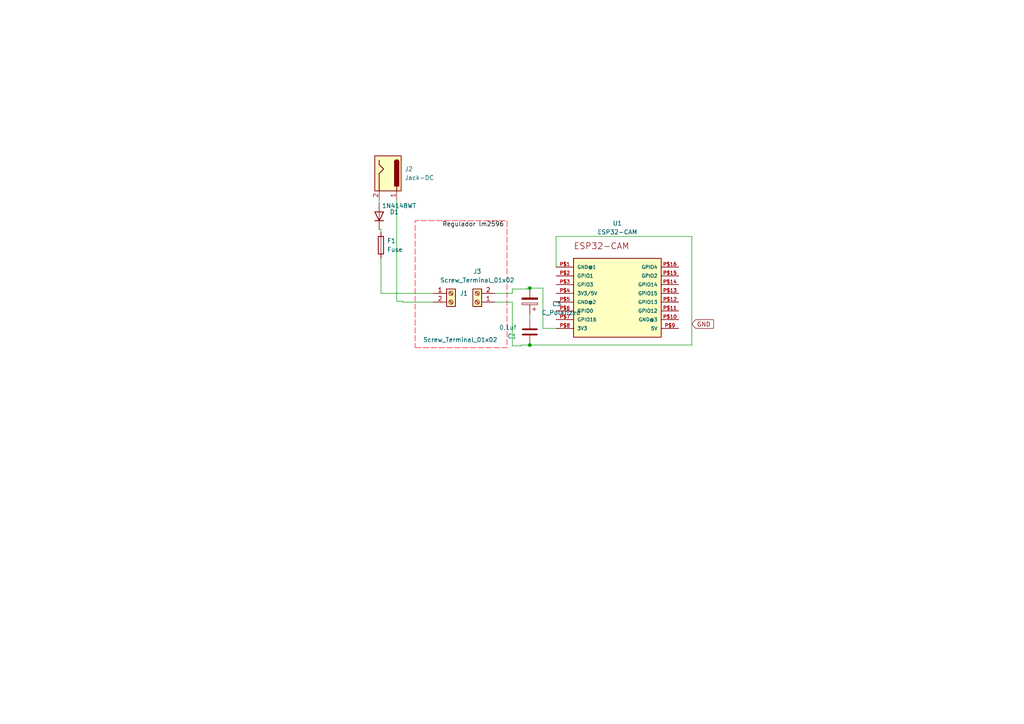
<source format=kicad_sch>
(kicad_sch
	(version 20250114)
	(generator "eeschema")
	(generator_version "9.0")
	(uuid "706bae6e-1d0f-4465-a262-88c97990d8da")
	(paper "A4")
	(lib_symbols
		(symbol "Connector:Jack-DC"
			(pin_names
				(offset 1.016)
			)
			(exclude_from_sim no)
			(in_bom yes)
			(on_board yes)
			(property "Reference" "J"
				(at 0 5.334 0)
				(effects
					(font
						(size 1.27 1.27)
					)
				)
			)
			(property "Value" "Jack-DC"
				(at 0 -5.08 0)
				(effects
					(font
						(size 1.27 1.27)
					)
				)
			)
			(property "Footprint" ""
				(at 1.27 -1.016 0)
				(effects
					(font
						(size 1.27 1.27)
					)
					(hide yes)
				)
			)
			(property "Datasheet" "~"
				(at 1.27 -1.016 0)
				(effects
					(font
						(size 1.27 1.27)
					)
					(hide yes)
				)
			)
			(property "Description" "DC Barrel Jack"
				(at 0 0 0)
				(effects
					(font
						(size 1.27 1.27)
					)
					(hide yes)
				)
			)
			(property "ki_keywords" "DC power barrel jack connector"
				(at 0 0 0)
				(effects
					(font
						(size 1.27 1.27)
					)
					(hide yes)
				)
			)
			(property "ki_fp_filters" "BarrelJack*"
				(at 0 0 0)
				(effects
					(font
						(size 1.27 1.27)
					)
					(hide yes)
				)
			)
			(symbol "Jack-DC_0_1"
				(rectangle
					(start -5.08 3.81)
					(end 5.08 -3.81)
					(stroke
						(width 0.254)
						(type default)
					)
					(fill
						(type background)
					)
				)
				(polyline
					(pts
						(xy -3.81 -2.54) (xy -2.54 -2.54) (xy -1.27 -1.27) (xy 0 -2.54) (xy 2.54 -2.54) (xy 5.08 -2.54)
					)
					(stroke
						(width 0.254)
						(type default)
					)
					(fill
						(type none)
					)
				)
				(arc
					(start -3.302 1.905)
					(mid -3.9343 2.54)
					(end -3.302 3.175)
					(stroke
						(width 0.254)
						(type default)
					)
					(fill
						(type none)
					)
				)
				(arc
					(start -3.302 1.905)
					(mid -3.9343 2.54)
					(end -3.302 3.175)
					(stroke
						(width 0.254)
						(type default)
					)
					(fill
						(type outline)
					)
				)
				(rectangle
					(start 3.683 3.175)
					(end -3.302 1.905)
					(stroke
						(width 0.254)
						(type default)
					)
					(fill
						(type outline)
					)
				)
				(polyline
					(pts
						(xy 5.08 2.54) (xy 3.81 2.54)
					)
					(stroke
						(width 0.254)
						(type default)
					)
					(fill
						(type none)
					)
				)
			)
			(symbol "Jack-DC_1_1"
				(pin passive line
					(at 7.62 2.54 180)
					(length 2.54)
					(name "~"
						(effects
							(font
								(size 1.27 1.27)
							)
						)
					)
					(number "1"
						(effects
							(font
								(size 1.27 1.27)
							)
						)
					)
				)
				(pin passive line
					(at 7.62 -2.54 180)
					(length 2.54)
					(name "~"
						(effects
							(font
								(size 1.27 1.27)
							)
						)
					)
					(number "2"
						(effects
							(font
								(size 1.27 1.27)
							)
						)
					)
				)
			)
			(embedded_fonts no)
		)
		(symbol "Connector:Screw_Terminal_01x02"
			(pin_names
				(offset 1.016)
				(hide yes)
			)
			(exclude_from_sim no)
			(in_bom yes)
			(on_board yes)
			(property "Reference" "J"
				(at 0 2.54 0)
				(effects
					(font
						(size 1.27 1.27)
					)
				)
			)
			(property "Value" "Screw_Terminal_01x02"
				(at 0 -5.08 0)
				(effects
					(font
						(size 1.27 1.27)
					)
				)
			)
			(property "Footprint" ""
				(at 0 0 0)
				(effects
					(font
						(size 1.27 1.27)
					)
					(hide yes)
				)
			)
			(property "Datasheet" "~"
				(at 0 0 0)
				(effects
					(font
						(size 1.27 1.27)
					)
					(hide yes)
				)
			)
			(property "Description" "Generic screw terminal, single row, 01x02, script generated (kicad-library-utils/schlib/autogen/connector/)"
				(at 0 0 0)
				(effects
					(font
						(size 1.27 1.27)
					)
					(hide yes)
				)
			)
			(property "ki_keywords" "screw terminal"
				(at 0 0 0)
				(effects
					(font
						(size 1.27 1.27)
					)
					(hide yes)
				)
			)
			(property "ki_fp_filters" "TerminalBlock*:*"
				(at 0 0 0)
				(effects
					(font
						(size 1.27 1.27)
					)
					(hide yes)
				)
			)
			(symbol "Screw_Terminal_01x02_1_1"
				(rectangle
					(start -1.27 1.27)
					(end 1.27 -3.81)
					(stroke
						(width 0.254)
						(type default)
					)
					(fill
						(type background)
					)
				)
				(polyline
					(pts
						(xy -0.5334 0.3302) (xy 0.3302 -0.508)
					)
					(stroke
						(width 0.1524)
						(type default)
					)
					(fill
						(type none)
					)
				)
				(polyline
					(pts
						(xy -0.5334 -2.2098) (xy 0.3302 -3.048)
					)
					(stroke
						(width 0.1524)
						(type default)
					)
					(fill
						(type none)
					)
				)
				(polyline
					(pts
						(xy -0.3556 0.508) (xy 0.508 -0.3302)
					)
					(stroke
						(width 0.1524)
						(type default)
					)
					(fill
						(type none)
					)
				)
				(polyline
					(pts
						(xy -0.3556 -2.032) (xy 0.508 -2.8702)
					)
					(stroke
						(width 0.1524)
						(type default)
					)
					(fill
						(type none)
					)
				)
				(circle
					(center 0 0)
					(radius 0.635)
					(stroke
						(width 0.1524)
						(type default)
					)
					(fill
						(type none)
					)
				)
				(circle
					(center 0 -2.54)
					(radius 0.635)
					(stroke
						(width 0.1524)
						(type default)
					)
					(fill
						(type none)
					)
				)
				(pin passive line
					(at -5.08 0 0)
					(length 3.81)
					(name "Pin_1"
						(effects
							(font
								(size 1.27 1.27)
							)
						)
					)
					(number "1"
						(effects
							(font
								(size 1.27 1.27)
							)
						)
					)
				)
				(pin passive line
					(at -5.08 -2.54 0)
					(length 3.81)
					(name "Pin_2"
						(effects
							(font
								(size 1.27 1.27)
							)
						)
					)
					(number "2"
						(effects
							(font
								(size 1.27 1.27)
							)
						)
					)
				)
			)
			(embedded_fonts no)
		)
		(symbol "Device:C"
			(pin_numbers
				(hide yes)
			)
			(pin_names
				(offset 0.254)
			)
			(exclude_from_sim no)
			(in_bom yes)
			(on_board yes)
			(property "Reference" "C"
				(at 0.635 2.54 0)
				(effects
					(font
						(size 1.27 1.27)
					)
					(justify left)
				)
			)
			(property "Value" "C"
				(at 0.635 -2.54 0)
				(effects
					(font
						(size 1.27 1.27)
					)
					(justify left)
				)
			)
			(property "Footprint" ""
				(at 0.9652 -3.81 0)
				(effects
					(font
						(size 1.27 1.27)
					)
					(hide yes)
				)
			)
			(property "Datasheet" "~"
				(at 0 0 0)
				(effects
					(font
						(size 1.27 1.27)
					)
					(hide yes)
				)
			)
			(property "Description" "Unpolarized capacitor"
				(at 0 0 0)
				(effects
					(font
						(size 1.27 1.27)
					)
					(hide yes)
				)
			)
			(property "ki_keywords" "cap capacitor"
				(at 0 0 0)
				(effects
					(font
						(size 1.27 1.27)
					)
					(hide yes)
				)
			)
			(property "ki_fp_filters" "C_*"
				(at 0 0 0)
				(effects
					(font
						(size 1.27 1.27)
					)
					(hide yes)
				)
			)
			(symbol "C_0_1"
				(polyline
					(pts
						(xy -2.032 0.762) (xy 2.032 0.762)
					)
					(stroke
						(width 0.508)
						(type default)
					)
					(fill
						(type none)
					)
				)
				(polyline
					(pts
						(xy -2.032 -0.762) (xy 2.032 -0.762)
					)
					(stroke
						(width 0.508)
						(type default)
					)
					(fill
						(type none)
					)
				)
			)
			(symbol "C_1_1"
				(pin passive line
					(at 0 3.81 270)
					(length 2.794)
					(name "~"
						(effects
							(font
								(size 1.27 1.27)
							)
						)
					)
					(number "1"
						(effects
							(font
								(size 1.27 1.27)
							)
						)
					)
				)
				(pin passive line
					(at 0 -3.81 90)
					(length 2.794)
					(name "~"
						(effects
							(font
								(size 1.27 1.27)
							)
						)
					)
					(number "2"
						(effects
							(font
								(size 1.27 1.27)
							)
						)
					)
				)
			)
			(embedded_fonts no)
		)
		(symbol "Device:C_Polarized"
			(pin_numbers
				(hide yes)
			)
			(pin_names
				(offset 0.254)
			)
			(exclude_from_sim no)
			(in_bom yes)
			(on_board yes)
			(property "Reference" "C"
				(at 0.635 2.54 0)
				(effects
					(font
						(size 1.27 1.27)
					)
					(justify left)
				)
			)
			(property "Value" "C_Polarized"
				(at 0.635 -2.54 0)
				(effects
					(font
						(size 1.27 1.27)
					)
					(justify left)
				)
			)
			(property "Footprint" ""
				(at 0.9652 -3.81 0)
				(effects
					(font
						(size 1.27 1.27)
					)
					(hide yes)
				)
			)
			(property "Datasheet" "~"
				(at 0 0 0)
				(effects
					(font
						(size 1.27 1.27)
					)
					(hide yes)
				)
			)
			(property "Description" "Polarized capacitor"
				(at 0 0 0)
				(effects
					(font
						(size 1.27 1.27)
					)
					(hide yes)
				)
			)
			(property "ki_keywords" "cap capacitor"
				(at 0 0 0)
				(effects
					(font
						(size 1.27 1.27)
					)
					(hide yes)
				)
			)
			(property "ki_fp_filters" "CP_*"
				(at 0 0 0)
				(effects
					(font
						(size 1.27 1.27)
					)
					(hide yes)
				)
			)
			(symbol "C_Polarized_0_1"
				(rectangle
					(start -2.286 0.508)
					(end 2.286 1.016)
					(stroke
						(width 0)
						(type default)
					)
					(fill
						(type none)
					)
				)
				(polyline
					(pts
						(xy -1.778 2.286) (xy -0.762 2.286)
					)
					(stroke
						(width 0)
						(type default)
					)
					(fill
						(type none)
					)
				)
				(polyline
					(pts
						(xy -1.27 2.794) (xy -1.27 1.778)
					)
					(stroke
						(width 0)
						(type default)
					)
					(fill
						(type none)
					)
				)
				(rectangle
					(start 2.286 -0.508)
					(end -2.286 -1.016)
					(stroke
						(width 0)
						(type default)
					)
					(fill
						(type outline)
					)
				)
			)
			(symbol "C_Polarized_1_1"
				(pin passive line
					(at 0 3.81 270)
					(length 2.794)
					(name "~"
						(effects
							(font
								(size 1.27 1.27)
							)
						)
					)
					(number "1"
						(effects
							(font
								(size 1.27 1.27)
							)
						)
					)
				)
				(pin passive line
					(at 0 -3.81 90)
					(length 2.794)
					(name "~"
						(effects
							(font
								(size 1.27 1.27)
							)
						)
					)
					(number "2"
						(effects
							(font
								(size 1.27 1.27)
							)
						)
					)
				)
			)
			(embedded_fonts no)
		)
		(symbol "Device:Fuse"
			(pin_numbers
				(hide yes)
			)
			(pin_names
				(offset 0)
			)
			(exclude_from_sim no)
			(in_bom yes)
			(on_board yes)
			(property "Reference" "F"
				(at 2.032 0 90)
				(effects
					(font
						(size 1.27 1.27)
					)
				)
			)
			(property "Value" "Fuse"
				(at -1.905 0 90)
				(effects
					(font
						(size 1.27 1.27)
					)
				)
			)
			(property "Footprint" ""
				(at -1.778 0 90)
				(effects
					(font
						(size 1.27 1.27)
					)
					(hide yes)
				)
			)
			(property "Datasheet" "~"
				(at 0 0 0)
				(effects
					(font
						(size 1.27 1.27)
					)
					(hide yes)
				)
			)
			(property "Description" "Fuse"
				(at 0 0 0)
				(effects
					(font
						(size 1.27 1.27)
					)
					(hide yes)
				)
			)
			(property "ki_keywords" "fuse"
				(at 0 0 0)
				(effects
					(font
						(size 1.27 1.27)
					)
					(hide yes)
				)
			)
			(property "ki_fp_filters" "*Fuse*"
				(at 0 0 0)
				(effects
					(font
						(size 1.27 1.27)
					)
					(hide yes)
				)
			)
			(symbol "Fuse_0_1"
				(rectangle
					(start -0.762 -2.54)
					(end 0.762 2.54)
					(stroke
						(width 0.254)
						(type default)
					)
					(fill
						(type none)
					)
				)
				(polyline
					(pts
						(xy 0 2.54) (xy 0 -2.54)
					)
					(stroke
						(width 0)
						(type default)
					)
					(fill
						(type none)
					)
				)
			)
			(symbol "Fuse_1_1"
				(pin passive line
					(at 0 3.81 270)
					(length 1.27)
					(name "~"
						(effects
							(font
								(size 1.27 1.27)
							)
						)
					)
					(number "1"
						(effects
							(font
								(size 1.27 1.27)
							)
						)
					)
				)
				(pin passive line
					(at 0 -3.81 90)
					(length 1.27)
					(name "~"
						(effects
							(font
								(size 1.27 1.27)
							)
						)
					)
					(number "2"
						(effects
							(font
								(size 1.27 1.27)
							)
						)
					)
				)
			)
			(embedded_fonts no)
		)
		(symbol "Diode:1N4148WT"
			(pin_numbers
				(hide yes)
			)
			(pin_names
				(hide yes)
			)
			(exclude_from_sim no)
			(in_bom yes)
			(on_board yes)
			(property "Reference" "D"
				(at 0 2.54 0)
				(effects
					(font
						(size 1.27 1.27)
					)
				)
			)
			(property "Value" "1N4148WT"
				(at 0 -2.54 0)
				(effects
					(font
						(size 1.27 1.27)
					)
				)
			)
			(property "Footprint" "Diode_SMD:D_SOD-523"
				(at 0 -4.445 0)
				(effects
					(font
						(size 1.27 1.27)
					)
					(hide yes)
				)
			)
			(property "Datasheet" "https://www.diodes.com/assets/Datasheets/ds30396.pdf"
				(at 0 0 0)
				(effects
					(font
						(size 1.27 1.27)
					)
					(hide yes)
				)
			)
			(property "Description" "75V 0.15A Fast switching Diode, SOD-523"
				(at 0 0 0)
				(effects
					(font
						(size 1.27 1.27)
					)
					(hide yes)
				)
			)
			(property "Sim.Device" "D"
				(at 0 0 0)
				(effects
					(font
						(size 1.27 1.27)
					)
					(hide yes)
				)
			)
			(property "Sim.Pins" "1=K 2=A"
				(at 0 0 0)
				(effects
					(font
						(size 1.27 1.27)
					)
					(hide yes)
				)
			)
			(property "ki_keywords" "diode"
				(at 0 0 0)
				(effects
					(font
						(size 1.27 1.27)
					)
					(hide yes)
				)
			)
			(property "ki_fp_filters" "D*SOD?523*"
				(at 0 0 0)
				(effects
					(font
						(size 1.27 1.27)
					)
					(hide yes)
				)
			)
			(symbol "1N4148WT_0_1"
				(polyline
					(pts
						(xy -1.27 1.27) (xy -1.27 -1.27)
					)
					(stroke
						(width 0.254)
						(type default)
					)
					(fill
						(type none)
					)
				)
				(polyline
					(pts
						(xy 1.27 1.27) (xy 1.27 -1.27) (xy -1.27 0) (xy 1.27 1.27)
					)
					(stroke
						(width 0.254)
						(type default)
					)
					(fill
						(type none)
					)
				)
				(polyline
					(pts
						(xy 1.27 0) (xy -1.27 0)
					)
					(stroke
						(width 0)
						(type default)
					)
					(fill
						(type none)
					)
				)
			)
			(symbol "1N4148WT_1_1"
				(pin passive line
					(at -3.81 0 0)
					(length 2.54)
					(name "K"
						(effects
							(font
								(size 1.27 1.27)
							)
						)
					)
					(number "1"
						(effects
							(font
								(size 1.27 1.27)
							)
						)
					)
				)
				(pin passive line
					(at 3.81 0 180)
					(length 2.54)
					(name "A"
						(effects
							(font
								(size 1.27 1.27)
							)
						)
					)
					(number "2"
						(effects
							(font
								(size 1.27 1.27)
							)
						)
					)
				)
			)
			(embedded_fonts no)
		)
		(symbol "ESP32-CAM:ESP32-CAM"
			(pin_names
				(offset 1.016)
			)
			(exclude_from_sim no)
			(in_bom yes)
			(on_board yes)
			(property "Reference" "U"
				(at 0 0 0)
				(effects
					(font
						(size 1.27 1.27)
					)
					(justify bottom)
				)
			)
			(property "Value" "ESP32-CAM"
				(at 0 0 0)
				(effects
					(font
						(size 1.27 1.27)
					)
					(justify bottom)
				)
			)
			(property "Footprint" "ESP32-CAM:ESP32-CAM"
				(at 0 0 0)
				(effects
					(font
						(size 1.27 1.27)
					)
					(justify bottom)
					(hide yes)
				)
			)
			(property "Datasheet" ""
				(at 0 0 0)
				(effects
					(font
						(size 1.27 1.27)
					)
					(hide yes)
				)
			)
			(property "Description" ""
				(at 0 0 0)
				(effects
					(font
						(size 1.27 1.27)
					)
					(hide yes)
				)
			)
			(property "MF" "AI-Thinker"
				(at 0 0 0)
				(effects
					(font
						(size 1.27 1.27)
					)
					(justify bottom)
					(hide yes)
				)
			)
			(property "Description_1" "ESP32 ESP32 Transceiver; 802.11 a/b/g/n (Wi-Fi, WiFi, WLAN), Bluetooth® Smart 4.x Low Energy (BLE) Evaluation Board"
				(at 0 0 0)
				(effects
					(font
						(size 1.27 1.27)
					)
					(justify bottom)
					(hide yes)
				)
			)
			(property "Package" "None"
				(at 0 0 0)
				(effects
					(font
						(size 1.27 1.27)
					)
					(justify bottom)
					(hide yes)
				)
			)
			(property "Price" "None"
				(at 0 0 0)
				(effects
					(font
						(size 1.27 1.27)
					)
					(justify bottom)
					(hide yes)
				)
			)
			(property "SnapEDA_Link" "https://www.snapeda.com/parts/ESP32-CAM/AI-Thinker/view-part/?ref=snap"
				(at 0 0 0)
				(effects
					(font
						(size 1.27 1.27)
					)
					(justify bottom)
					(hide yes)
				)
			)
			(property "MP" "ESP32-CAM"
				(at 0 0 0)
				(effects
					(font
						(size 1.27 1.27)
					)
					(justify bottom)
					(hide yes)
				)
			)
			(property "Availability" "Not in stock"
				(at 0 0 0)
				(effects
					(font
						(size 1.27 1.27)
					)
					(justify bottom)
					(hide yes)
				)
			)
			(property "Check_prices" "https://www.snapeda.com/parts/ESP32-CAM/AI-Thinker/view-part/?ref=eda"
				(at 0 0 0)
				(effects
					(font
						(size 1.27 1.27)
					)
					(justify bottom)
					(hide yes)
				)
			)
			(symbol "ESP32-CAM_0_0"
				(rectangle
					(start -12.7 -10.16)
					(end 12.7 12.7)
					(stroke
						(width 0.254)
						(type default)
					)
					(fill
						(type background)
					)
				)
				(text "ESP32-CAM"
					(at -12.7 15.24 0)
					(effects
						(font
							(size 1.778 1.778)
						)
						(justify left bottom)
					)
				)
				(pin bidirectional line
					(at -17.78 10.16 0)
					(length 5.08)
					(name "GND@1"
						(effects
							(font
								(size 1.016 1.016)
							)
						)
					)
					(number "P$1"
						(effects
							(font
								(size 1.016 1.016)
							)
						)
					)
				)
				(pin bidirectional line
					(at -17.78 7.62 0)
					(length 5.08)
					(name "GPIO1"
						(effects
							(font
								(size 1.016 1.016)
							)
						)
					)
					(number "P$2"
						(effects
							(font
								(size 1.016 1.016)
							)
						)
					)
				)
				(pin bidirectional line
					(at -17.78 5.08 0)
					(length 5.08)
					(name "GPIO3"
						(effects
							(font
								(size 1.016 1.016)
							)
						)
					)
					(number "P$3"
						(effects
							(font
								(size 1.016 1.016)
							)
						)
					)
				)
				(pin bidirectional line
					(at -17.78 2.54 0)
					(length 5.08)
					(name "3V3/5V"
						(effects
							(font
								(size 1.016 1.016)
							)
						)
					)
					(number "P$4"
						(effects
							(font
								(size 1.016 1.016)
							)
						)
					)
				)
				(pin bidirectional line
					(at -17.78 0 0)
					(length 5.08)
					(name "GND@2"
						(effects
							(font
								(size 1.016 1.016)
							)
						)
					)
					(number "P$5"
						(effects
							(font
								(size 1.016 1.016)
							)
						)
					)
				)
				(pin bidirectional line
					(at -17.78 -2.54 0)
					(length 5.08)
					(name "GPIO0"
						(effects
							(font
								(size 1.016 1.016)
							)
						)
					)
					(number "P$6"
						(effects
							(font
								(size 1.016 1.016)
							)
						)
					)
				)
				(pin bidirectional line
					(at -17.78 -5.08 0)
					(length 5.08)
					(name "GPIO16"
						(effects
							(font
								(size 1.016 1.016)
							)
						)
					)
					(number "P$7"
						(effects
							(font
								(size 1.016 1.016)
							)
						)
					)
				)
				(pin bidirectional line
					(at -17.78 -7.62 0)
					(length 5.08)
					(name "3V3"
						(effects
							(font
								(size 1.016 1.016)
							)
						)
					)
					(number "P$8"
						(effects
							(font
								(size 1.016 1.016)
							)
						)
					)
				)
				(pin bidirectional line
					(at 17.78 10.16 180)
					(length 5.08)
					(name "GPIO4"
						(effects
							(font
								(size 1.016 1.016)
							)
						)
					)
					(number "P$16"
						(effects
							(font
								(size 1.016 1.016)
							)
						)
					)
				)
				(pin bidirectional line
					(at 17.78 7.62 180)
					(length 5.08)
					(name "GPIO2"
						(effects
							(font
								(size 1.016 1.016)
							)
						)
					)
					(number "P$15"
						(effects
							(font
								(size 1.016 1.016)
							)
						)
					)
				)
				(pin bidirectional line
					(at 17.78 5.08 180)
					(length 5.08)
					(name "GPIO14"
						(effects
							(font
								(size 1.016 1.016)
							)
						)
					)
					(number "P$14"
						(effects
							(font
								(size 1.016 1.016)
							)
						)
					)
				)
				(pin bidirectional line
					(at 17.78 2.54 180)
					(length 5.08)
					(name "GPIO15"
						(effects
							(font
								(size 1.016 1.016)
							)
						)
					)
					(number "P$13"
						(effects
							(font
								(size 1.016 1.016)
							)
						)
					)
				)
				(pin bidirectional line
					(at 17.78 0 180)
					(length 5.08)
					(name "GPIO13"
						(effects
							(font
								(size 1.016 1.016)
							)
						)
					)
					(number "P$12"
						(effects
							(font
								(size 1.016 1.016)
							)
						)
					)
				)
				(pin bidirectional line
					(at 17.78 -2.54 180)
					(length 5.08)
					(name "GPIO12"
						(effects
							(font
								(size 1.016 1.016)
							)
						)
					)
					(number "P$11"
						(effects
							(font
								(size 1.016 1.016)
							)
						)
					)
				)
				(pin bidirectional line
					(at 17.78 -5.08 180)
					(length 5.08)
					(name "GND@3"
						(effects
							(font
								(size 1.016 1.016)
							)
						)
					)
					(number "P$10"
						(effects
							(font
								(size 1.016 1.016)
							)
						)
					)
				)
				(pin bidirectional line
					(at 17.78 -7.62 180)
					(length 5.08)
					(name "5V"
						(effects
							(font
								(size 1.016 1.016)
							)
						)
					)
					(number "P$9"
						(effects
							(font
								(size 1.016 1.016)
							)
						)
					)
				)
			)
			(embedded_fonts no)
		)
	)
	(junction
		(at 153.67 100.076)
		(diameter 0)
		(color 0 0 0 0)
		(uuid "1aaaafed-1262-48d1-a0f9-15d2b5d2226f")
	)
	(junction
		(at 153.67 83.566)
		(diameter 0)
		(color 0 0 0 0)
		(uuid "89576a23-8513-49ea-b617-e5caf07d78ef")
	)
	(wire
		(pts
			(xy 153.67 91.186) (xy 153.67 92.456)
		)
		(stroke
			(width 0)
			(type default)
		)
		(uuid "01cee897-db3d-41f0-be90-c8e346ff0d4c")
	)
	(wire
		(pts
			(xy 143.51 85.09) (xy 148.59 85.09)
		)
		(stroke
			(width 0)
			(type default)
		)
		(uuid "02e237b2-4a2d-406e-92a4-acc170c985c9")
	)
	(wire
		(pts
			(xy 116.84 87.376) (xy 115.062 87.376)
		)
		(stroke
			(width 0)
			(type default)
		)
		(uuid "08005463-6fb0-43e9-adea-0f32bd127e79")
	)
	(wire
		(pts
			(xy 161.29 77.47) (xy 161.29 68.58)
		)
		(stroke
			(width 0)
			(type default)
		)
		(uuid "0d6a36e6-dfb7-418e-8169-bcce383da505")
	)
	(wire
		(pts
			(xy 152.908 83.82) (xy 152.908 83.566)
		)
		(stroke
			(width 0)
			(type default)
		)
		(uuid "1720a857-296c-439a-a67b-1c53719f123f")
	)
	(wire
		(pts
			(xy 152.908 83.566) (xy 153.67 83.566)
		)
		(stroke
			(width 0)
			(type default)
		)
		(uuid "17e35128-89e1-4f4e-b98f-1924bcb55aec")
	)
	(wire
		(pts
			(xy 151.13 100.33) (xy 151.13 100.076)
		)
		(stroke
			(width 0)
			(type default)
		)
		(uuid "2bbb59c7-42df-4cde-acab-64adf2d6ce4b")
	)
	(wire
		(pts
			(xy 116.84 87.63) (xy 125.73 87.63)
		)
		(stroke
			(width 0)
			(type default)
		)
		(uuid "4532813f-b669-48b7-8b51-7458c837960c")
	)
	(wire
		(pts
			(xy 148.59 87.63) (xy 148.59 100.33)
		)
		(stroke
			(width 0)
			(type default)
		)
		(uuid "49c00631-7748-4f13-9778-6a65f7e2b480")
	)
	(wire
		(pts
			(xy 110.49 67.31) (xy 110.49 66.548)
		)
		(stroke
			(width 0)
			(type default)
		)
		(uuid "4c412bc3-188d-46f6-8cbb-eb4f51d2945e")
	)
	(wire
		(pts
			(xy 153.67 100.076) (xy 200.66 100.076)
		)
		(stroke
			(width 0)
			(type default)
		)
		(uuid "57c901ca-8938-4f4b-b70e-adeea658746e")
	)
	(wire
		(pts
			(xy 110.49 74.93) (xy 110.49 85.09)
		)
		(stroke
			(width 0)
			(type default)
		)
		(uuid "6068810d-0fd2-4060-8514-e1b15c1117ea")
	)
	(wire
		(pts
			(xy 148.59 83.82) (xy 148.59 85.09)
		)
		(stroke
			(width 0)
			(type default)
		)
		(uuid "649d5d8f-76d1-4f92-96cb-493b9f1a05ea")
	)
	(wire
		(pts
			(xy 125.73 85.09) (xy 110.49 85.09)
		)
		(stroke
			(width 0)
			(type default)
		)
		(uuid "71ffc1ac-94fe-441e-bb68-0100c1553aab")
	)
	(wire
		(pts
			(xy 148.59 83.82) (xy 152.908 83.82)
		)
		(stroke
			(width 0)
			(type default)
		)
		(uuid "72ddb0f0-d754-40e6-b095-968e3f9156ae")
	)
	(wire
		(pts
			(xy 110.49 66.548) (xy 109.982 66.548)
		)
		(stroke
			(width 0)
			(type default)
		)
		(uuid "7896d291-60e6-4059-8b44-0e908909eb25")
	)
	(wire
		(pts
			(xy 151.13 100.076) (xy 153.67 100.076)
		)
		(stroke
			(width 0)
			(type default)
		)
		(uuid "81353ea7-a85d-4ff3-8c04-11f6fb7906d5")
	)
	(wire
		(pts
			(xy 115.062 87.376) (xy 115.062 57.912)
		)
		(stroke
			(width 0)
			(type default)
		)
		(uuid "882d4041-d610-48ed-b0ad-6b6c2467c74c")
	)
	(wire
		(pts
			(xy 161.29 68.58) (xy 200.66 68.58)
		)
		(stroke
			(width 0)
			(type default)
		)
		(uuid "922543ae-1470-4985-8d68-aeaf9147d33f")
	)
	(wire
		(pts
			(xy 200.66 68.58) (xy 200.66 100.076)
		)
		(stroke
			(width 0)
			(type default)
		)
		(uuid "950f8cbc-256b-4952-b3ec-7c1dfdb3d0e7")
	)
	(wire
		(pts
			(xy 161.29 95.25) (xy 157.48 95.25)
		)
		(stroke
			(width 0)
			(type default)
		)
		(uuid "9f0a36fc-5a19-44e3-b034-1752967548c3")
	)
	(wire
		(pts
			(xy 143.51 87.63) (xy 148.59 87.63)
		)
		(stroke
			(width 0)
			(type default)
		)
		(uuid "a5935138-0e04-4e94-af30-209b272e2a6c")
	)
	(wire
		(pts
			(xy 153.67 83.566) (xy 157.48 83.566)
		)
		(stroke
			(width 0)
			(type default)
		)
		(uuid "a79c2d33-9e6a-4d92-aaf7-949b9fae71d1")
	)
	(wire
		(pts
			(xy 116.84 87.63) (xy 116.84 87.376)
		)
		(stroke
			(width 0)
			(type default)
		)
		(uuid "ac1cf71d-4beb-4ec0-8b96-a2ea37dfaecf")
	)
	(wire
		(pts
			(xy 109.982 57.912) (xy 109.982 58.928)
		)
		(stroke
			(width 0)
			(type default)
		)
		(uuid "bfccb92b-1d4a-4a93-aabd-ede482b7b574")
	)
	(wire
		(pts
			(xy 157.48 83.566) (xy 157.48 95.25)
		)
		(stroke
			(width 0)
			(type default)
		)
		(uuid "c2729009-fe62-41d6-a599-b7ce016faf03")
	)
	(wire
		(pts
			(xy 148.59 100.33) (xy 151.13 100.33)
		)
		(stroke
			(width 0)
			(type default)
		)
		(uuid "ebfd68cc-3125-4f45-b09d-576b8b759027")
	)
	(label "Regulador lm2596"
		(at 128.27 66.04 0)
		(effects
			(font
				(size 1.27 1.27)
			)
			(justify left bottom)
		)
		(uuid "5b3296d4-af11-4baa-af60-d7554fc1e290")
	)
	(global_label "GND"
		(shape input)
		(at 200.66 93.98 0)
		(fields_autoplaced yes)
		(effects
			(font
				(size 1.27 1.27)
			)
			(justify left)
		)
		(uuid "987d2dba-f6e0-4818-854d-455c1892136c")
		(property "Intersheetrefs" "${INTERSHEET_REFS}"
			(at 207.5157 93.98 0)
			(effects
				(font
					(size 1.27 1.27)
				)
				(justify left)
				(hide yes)
			)
		)
	)
	(rule_area
		(polyline
			(pts
				(xy 120.396 100.838) (xy 147.066 100.838) (xy 147.066 64.008) (xy 120.396 64.008)
			)
			(stroke
				(width 0)
				(type dash)
			)
			(fill
				(type none)
			)
			(uuid f40ae032-184a-42af-90ee-c03488941556)
		)
	)
	(symbol
		(lib_id "Connector:Jack-DC")
		(at 112.522 50.292 270)
		(unit 1)
		(exclude_from_sim no)
		(in_bom yes)
		(on_board yes)
		(dnp no)
		(fields_autoplaced yes)
		(uuid "11ef6581-251a-41de-bf12-7e421bd9f38a")
		(property "Reference" "J2"
			(at 117.348 49.0219 90)
			(effects
				(font
					(size 1.27 1.27)
				)
				(justify left)
			)
		)
		(property "Value" "Jack-DC"
			(at 117.348 51.5619 90)
			(effects
				(font
					(size 1.27 1.27)
				)
				(justify left)
			)
		)
		(property "Footprint" "Connector_BarrelJack:BarrelJack_SwitchcraftConxall_RAPC10U_Horizontal"
			(at 111.506 51.562 0)
			(effects
				(font
					(size 1.27 1.27)
				)
				(hide yes)
			)
		)
		(property "Datasheet" "~"
			(at 111.506 51.562 0)
			(effects
				(font
					(size 1.27 1.27)
				)
				(hide yes)
			)
		)
		(property "Description" "DC Barrel Jack"
			(at 112.522 50.292 0)
			(effects
				(font
					(size 1.27 1.27)
				)
				(hide yes)
			)
		)
		(pin "2"
			(uuid "7eaf41e2-9b4a-415b-994b-ff0308416a9b")
		)
		(pin "1"
			(uuid "81ee15af-54e8-4fea-9e5f-5cefe04ef28a")
		)
		(instances
			(project ""
				(path "/706bae6e-1d0f-4465-a262-88c97990d8da"
					(reference "J2")
					(unit 1)
				)
			)
		)
	)
	(symbol
		(lib_id "Device:C")
		(at 153.67 96.266 180)
		(unit 1)
		(exclude_from_sim no)
		(in_bom yes)
		(on_board yes)
		(dnp no)
		(fields_autoplaced yes)
		(uuid "19da557f-4b3a-4d69-8896-5aed6faca256")
		(property "Reference" "C1"
			(at 149.86 97.5361 0)
			(effects
				(font
					(size 1.27 1.27)
				)
				(justify left)
			)
		)
		(property "Value" "0,1uf"
			(at 149.86 94.9961 0)
			(effects
				(font
					(size 1.27 1.27)
				)
				(justify left)
			)
		)
		(property "Footprint" "Capacitor_THT:C_Radial_D6.3mm_H7.0mm_P2.50mm"
			(at 152.7048 92.456 0)
			(effects
				(font
					(size 1.27 1.27)
				)
				(hide yes)
			)
		)
		(property "Datasheet" "~"
			(at 153.67 96.266 0)
			(effects
				(font
					(size 1.27 1.27)
				)
				(hide yes)
			)
		)
		(property "Description" "Unpolarized capacitor"
			(at 153.67 96.266 0)
			(effects
				(font
					(size 1.27 1.27)
				)
				(hide yes)
			)
		)
		(pin "1"
			(uuid "a1aa48a4-638a-4699-9f0f-f477bfcb5c45")
		)
		(pin "2"
			(uuid "a24590d8-b821-4f6c-8bd8-1852dab326db")
		)
		(instances
			(project "reconocimiento facial"
				(path "/706bae6e-1d0f-4465-a262-88c97990d8da"
					(reference "C1")
					(unit 1)
				)
			)
		)
	)
	(symbol
		(lib_id "Connector:Screw_Terminal_01x02")
		(at 138.43 87.63 180)
		(unit 1)
		(exclude_from_sim no)
		(in_bom yes)
		(on_board yes)
		(dnp no)
		(fields_autoplaced yes)
		(uuid "1a426a98-a20b-4d62-9883-e234ed27b909")
		(property "Reference" "J3"
			(at 138.43 78.74 0)
			(effects
				(font
					(size 1.27 1.27)
				)
			)
		)
		(property "Value" "Screw_Terminal_01x02"
			(at 138.43 81.28 0)
			(effects
				(font
					(size 1.27 1.27)
				)
			)
		)
		(property "Footprint" "EESTN5:BORNERA2_AZUL"
			(at 138.43 87.63 0)
			(effects
				(font
					(size 1.27 1.27)
				)
				(hide yes)
			)
		)
		(property "Datasheet" "~"
			(at 138.43 87.63 0)
			(effects
				(font
					(size 1.27 1.27)
				)
				(hide yes)
			)
		)
		(property "Description" "Generic screw terminal, single row, 01x02, script generated (kicad-library-utils/schlib/autogen/connector/)"
			(at 138.43 87.63 0)
			(effects
				(font
					(size 1.27 1.27)
				)
				(hide yes)
			)
		)
		(pin "2"
			(uuid "7fb7c3c3-6f90-4b99-8e87-1a20901c3a36")
		)
		(pin "1"
			(uuid "66cb236f-d2c2-429b-9e58-c2e07de168fd")
		)
		(instances
			(project ""
				(path "/706bae6e-1d0f-4465-a262-88c97990d8da"
					(reference "J3")
					(unit 1)
				)
			)
		)
	)
	(symbol
		(lib_id "Device:Fuse")
		(at 110.49 71.12 0)
		(unit 1)
		(exclude_from_sim no)
		(in_bom yes)
		(on_board yes)
		(dnp no)
		(fields_autoplaced yes)
		(uuid "4037f73b-1b0e-4877-8157-8dd86f354a4c")
		(property "Reference" "F1"
			(at 112.268 69.8499 0)
			(effects
				(font
					(size 1.27 1.27)
				)
				(justify left)
			)
		)
		(property "Value" "Fuse"
			(at 112.268 72.3899 0)
			(effects
				(font
					(size 1.27 1.27)
				)
				(justify left)
			)
		)
		(property "Footprint" "EESTN5:FUSIBLE"
			(at 108.712 71.12 90)
			(effects
				(font
					(size 1.27 1.27)
				)
				(hide yes)
			)
		)
		(property "Datasheet" "~"
			(at 110.49 71.12 0)
			(effects
				(font
					(size 1.27 1.27)
				)
				(hide yes)
			)
		)
		(property "Description" "Fuse"
			(at 110.49 71.12 0)
			(effects
				(font
					(size 1.27 1.27)
				)
				(hide yes)
			)
		)
		(pin "2"
			(uuid "5c40e33a-8518-4529-8b56-a6c0592b4fdb")
		)
		(pin "1"
			(uuid "11badd8a-debb-4ed6-9ef3-7148c0ba447f")
		)
		(instances
			(project ""
				(path "/706bae6e-1d0f-4465-a262-88c97990d8da"
					(reference "F1")
					(unit 1)
				)
			)
		)
	)
	(symbol
		(lib_id "Diode:1N4148WT")
		(at 109.982 62.738 90)
		(unit 1)
		(exclude_from_sim no)
		(in_bom yes)
		(on_board yes)
		(dnp no)
		(uuid "479ac27f-7eb9-46a7-a7ad-bf77b7f4106c")
		(property "Reference" "D1"
			(at 113.03 61.4679 90)
			(effects
				(font
					(size 1.27 1.27)
				)
				(justify right)
			)
		)
		(property "Value" "1N4148WT"
			(at 110.744 59.69 90)
			(effects
				(font
					(size 1.27 1.27)
				)
				(justify right)
			)
		)
		(property "Footprint" "EESTN5:DO-41"
			(at 114.427 62.738 0)
			(effects
				(font
					(size 1.27 1.27)
				)
				(hide yes)
			)
		)
		(property "Datasheet" "https://www.diodes.com/assets/Datasheets/ds30396.pdf"
			(at 109.982 62.738 0)
			(effects
				(font
					(size 1.27 1.27)
				)
				(hide yes)
			)
		)
		(property "Description" "75V 0.15A Fast switching Diode, SOD-523"
			(at 109.982 62.738 0)
			(effects
				(font
					(size 1.27 1.27)
				)
				(hide yes)
			)
		)
		(property "Sim.Device" "D"
			(at 109.982 62.738 0)
			(effects
				(font
					(size 1.27 1.27)
				)
				(hide yes)
			)
		)
		(property "Sim.Pins" "1=K 2=A"
			(at 109.982 62.738 0)
			(effects
				(font
					(size 1.27 1.27)
				)
				(hide yes)
			)
		)
		(pin "2"
			(uuid "7fcfa959-4892-45c1-9eb2-125d85997223")
		)
		(pin "1"
			(uuid "abda1bfc-43b2-4eed-a8ac-f412d8011b03")
		)
		(instances
			(project ""
				(path "/706bae6e-1d0f-4465-a262-88c97990d8da"
					(reference "D1")
					(unit 1)
				)
			)
		)
	)
	(symbol
		(lib_id "ESP32-CAM:ESP32-CAM")
		(at 179.07 87.63 0)
		(unit 1)
		(exclude_from_sim no)
		(in_bom yes)
		(on_board yes)
		(dnp no)
		(fields_autoplaced yes)
		(uuid "7f8532ef-b645-48ec-a0dc-2fcd677dcb97")
		(property "Reference" "U1"
			(at 179.07 64.77 0)
			(effects
				(font
					(size 1.27 1.27)
				)
			)
		)
		(property "Value" "ESP32-CAM"
			(at 179.07 67.31 0)
			(effects
				(font
					(size 1.27 1.27)
				)
			)
		)
		(property "Footprint" "EESTN5:ESP32S-CAM"
			(at 179.07 87.63 0)
			(effects
				(font
					(size 1.27 1.27)
				)
				(justify bottom)
				(hide yes)
			)
		)
		(property "Datasheet" ""
			(at 179.07 87.63 0)
			(effects
				(font
					(size 1.27 1.27)
				)
				(hide yes)
			)
		)
		(property "Description" ""
			(at 179.07 87.63 0)
			(effects
				(font
					(size 1.27 1.27)
				)
				(hide yes)
			)
		)
		(property "MF" "AI-Thinker"
			(at 179.07 87.63 0)
			(effects
				(font
					(size 1.27 1.27)
				)
				(justify bottom)
				(hide yes)
			)
		)
		(property "Description_1" "ESP32 ESP32 Transceiver; 802.11 a/b/g/n (Wi-Fi, WiFi, WLAN), Bluetooth® Smart 4.x Low Energy (BLE) Evaluation Board"
			(at 179.07 87.63 0)
			(effects
				(font
					(size 1.27 1.27)
				)
				(justify bottom)
				(hide yes)
			)
		)
		(property "Package" "None"
			(at 179.07 87.63 0)
			(effects
				(font
					(size 1.27 1.27)
				)
				(justify bottom)
				(hide yes)
			)
		)
		(property "Price" "None"
			(at 179.07 87.63 0)
			(effects
				(font
					(size 1.27 1.27)
				)
				(justify bottom)
				(hide yes)
			)
		)
		(property "SnapEDA_Link" "https://www.snapeda.com/parts/ESP32-CAM/AI-Thinker/view-part/?ref=snap"
			(at 179.07 87.63 0)
			(effects
				(font
					(size 1.27 1.27)
				)
				(justify bottom)
				(hide yes)
			)
		)
		(property "MP" "ESP32-CAM"
			(at 179.07 87.63 0)
			(effects
				(font
					(size 1.27 1.27)
				)
				(justify bottom)
				(hide yes)
			)
		)
		(property "Availability" "Not in stock"
			(at 179.07 87.63 0)
			(effects
				(font
					(size 1.27 1.27)
				)
				(justify bottom)
				(hide yes)
			)
		)
		(property "Check_prices" "https://www.snapeda.com/parts/ESP32-CAM/AI-Thinker/view-part/?ref=eda"
			(at 179.07 87.63 0)
			(effects
				(font
					(size 1.27 1.27)
				)
				(justify bottom)
				(hide yes)
			)
		)
		(pin "P$8"
			(uuid "69c651d1-2eb3-4485-9aa5-94e9ae6be111")
		)
		(pin "P$3"
			(uuid "a30080af-87e8-4f22-bfcd-8ab82e0e5449")
		)
		(pin "P$7"
			(uuid "ee148c86-9eef-4353-9e4a-d76da742de21")
		)
		(pin "P$6"
			(uuid "d7a05306-c5e7-4378-ba87-f0a33e46ce64")
		)
		(pin "P$16"
			(uuid "94fba2fd-6b2c-4adf-ae26-b56eebd2b66b")
		)
		(pin "P$11"
			(uuid "dae000e8-c593-4473-a569-f7df770a063f")
		)
		(pin "P$13"
			(uuid "738b8bfe-f14e-4f4b-9240-d3436ab000ef")
		)
		(pin "P$9"
			(uuid "03dd1bab-f051-4d73-8aab-049dab51215a")
		)
		(pin "P$10"
			(uuid "42450b94-ed9d-498d-a97a-95493e4b99fe")
		)
		(pin "P$4"
			(uuid "9f11c274-d3c6-4be6-8fcf-0a403c39a792")
		)
		(pin "P$5"
			(uuid "176f7d68-1d4d-4411-bc00-aead10450573")
		)
		(pin "P$15"
			(uuid "fec6b935-9755-4519-99d7-17ce0da37eab")
		)
		(pin "P$14"
			(uuid "fe536ce3-c705-4b24-a0a2-271d4e68f437")
		)
		(pin "P$1"
			(uuid "4e3453ff-e91e-4a48-b071-1db4d228113d")
		)
		(pin "P$2"
			(uuid "511439d9-a95d-445c-832c-855128e7b7d1")
		)
		(pin "P$12"
			(uuid "4f3d5598-2ceb-4eb8-aa6a-6d22269c2e9b")
		)
		(instances
			(project ""
				(path "/706bae6e-1d0f-4465-a262-88c97990d8da"
					(reference "U1")
					(unit 1)
				)
			)
		)
	)
	(symbol
		(lib_id "Device:C_Polarized")
		(at 153.67 87.376 180)
		(unit 1)
		(exclude_from_sim no)
		(in_bom yes)
		(on_board yes)
		(dnp no)
		(uuid "bcc1e906-ba2b-4922-a5ee-cc1962f79d27")
		(property "Reference" "C3"
			(at 162.814 88.138 0)
			(effects
				(font
					(size 1.27 1.27)
				)
				(justify left)
			)
		)
		(property "Value" "C_Polarized"
			(at 168.402 90.678 0)
			(effects
				(font
					(size 1.27 1.27)
				)
				(justify left)
			)
		)
		(property "Footprint" "Capacitor_THT:CP_Radial_D6.3mm_P2.50mm"
			(at 152.7048 83.566 0)
			(effects
				(font
					(size 1.27 1.27)
				)
				(hide yes)
			)
		)
		(property "Datasheet" "~"
			(at 153.67 87.376 0)
			(effects
				(font
					(size 1.27 1.27)
				)
				(hide yes)
			)
		)
		(property "Description" "Polarized capacitor"
			(at 153.67 87.376 0)
			(effects
				(font
					(size 1.27 1.27)
				)
				(hide yes)
			)
		)
		(pin "2"
			(uuid "ffd5ebdb-4040-4872-a9d5-bd348761572e")
		)
		(pin "1"
			(uuid "b718b2c7-57da-4d0f-8e31-107b2148321d")
		)
		(instances
			(project "reconocimiento facial"
				(path "/706bae6e-1d0f-4465-a262-88c97990d8da"
					(reference "C3")
					(unit 1)
				)
			)
		)
	)
	(symbol
		(lib_id "Connector:Screw_Terminal_01x02")
		(at 130.81 85.09 0)
		(unit 1)
		(exclude_from_sim no)
		(in_bom yes)
		(on_board yes)
		(dnp no)
		(uuid "c7685d1f-7126-4afd-8352-620feb82f619")
		(property "Reference" "J1"
			(at 133.35 85.0899 0)
			(effects
				(font
					(size 1.27 1.27)
				)
				(justify left)
			)
		)
		(property "Value" "Screw_Terminal_01x02"
			(at 122.682 98.552 0)
			(effects
				(font
					(size 1.27 1.27)
				)
				(justify left)
			)
		)
		(property "Footprint" "EESTN5:BORNERA2_AZUL"
			(at 130.81 85.09 0)
			(effects
				(font
					(size 1.27 1.27)
				)
				(hide yes)
			)
		)
		(property "Datasheet" "~"
			(at 130.81 85.09 0)
			(effects
				(font
					(size 1.27 1.27)
				)
				(hide yes)
			)
		)
		(property "Description" "Generic screw terminal, single row, 01x02, script generated (kicad-library-utils/schlib/autogen/connector/)"
			(at 130.81 85.09 0)
			(effects
				(font
					(size 1.27 1.27)
				)
				(hide yes)
			)
		)
		(pin "1"
			(uuid "258755ac-6f89-4b54-a8af-c4a2bf7d62e9")
		)
		(pin "2"
			(uuid "510a035d-2f15-4350-badf-b0a3869e7bd4")
		)
		(instances
			(project ""
				(path "/706bae6e-1d0f-4465-a262-88c97990d8da"
					(reference "J1")
					(unit 1)
				)
			)
		)
	)
	(sheet_instances
		(path "/"
			(page "1")
		)
	)
	(embedded_fonts no)
)

</source>
